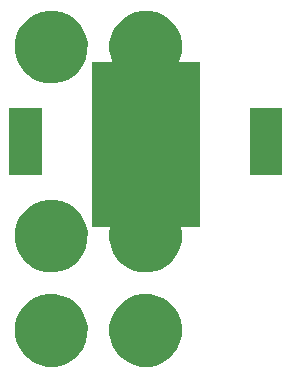
<source format=gts>
%TF.GenerationSoftware,KiCad,Pcbnew,4.0.4+e1-6308~48~ubuntu16.04.1-stable*%
%TF.CreationDate,2016-12-19T13:40:22-08:00*%
%TF.ProjectId,4x3-CR2032-Coin-Cell-Magnet,3478332D4352323033322D436F696E2D,1.0*%
%TF.FileFunction,Soldermask,Top*%
%FSLAX46Y46*%
G04 Gerber Fmt 4.6, Leading zero omitted, Abs format (unit mm)*
G04 Created by KiCad (PCBNEW 4.0.4+e1-6308~48~ubuntu16.04.1-stable) date Mon Dec 19 13:40:22 2016*
%MOMM*%
%LPD*%
G01*
G04 APERTURE LIST*
%ADD10C,0.350000*%
G04 APERTURE END LIST*
D10*
G36*
X139643110Y-106145847D02*
X140234055Y-106267151D01*
X140790198Y-106500932D01*
X141290334Y-106838278D01*
X141715421Y-107266343D01*
X142049266Y-107768821D01*
X142279156Y-108326576D01*
X142396264Y-108918014D01*
X142396264Y-108918024D01*
X142396331Y-108918363D01*
X142386710Y-109607416D01*
X142386633Y-109607754D01*
X142386633Y-109607762D01*
X142253057Y-110195701D01*
X142007685Y-110746816D01*
X141659937Y-111239778D01*
X141223062Y-111655809D01*
X140713700Y-111979061D01*
X140151254Y-112197219D01*
X139557147Y-112301976D01*
X138954003Y-112289342D01*
X138364800Y-112159797D01*
X137811982Y-111918277D01*
X137316607Y-111573982D01*
X136897537Y-111140023D01*
X136570738Y-110632930D01*
X136348656Y-110072014D01*
X136239755Y-109478658D01*
X136248177Y-108875441D01*
X136373606Y-108285347D01*
X136611259Y-107730858D01*
X136952091Y-107233088D01*
X137383112Y-106811000D01*
X137887913Y-106480668D01*
X138447259Y-106254677D01*
X139039845Y-106141636D01*
X139643110Y-106145847D01*
X139643110Y-106145847D01*
G37*
G36*
X131643110Y-106145847D02*
X132234055Y-106267151D01*
X132790198Y-106500932D01*
X133290334Y-106838278D01*
X133715421Y-107266343D01*
X134049266Y-107768821D01*
X134279156Y-108326576D01*
X134396264Y-108918014D01*
X134396264Y-108918024D01*
X134396331Y-108918363D01*
X134386710Y-109607416D01*
X134386633Y-109607754D01*
X134386633Y-109607762D01*
X134253057Y-110195701D01*
X134007685Y-110746816D01*
X133659937Y-111239778D01*
X133223062Y-111655809D01*
X132713700Y-111979061D01*
X132151254Y-112197219D01*
X131557147Y-112301976D01*
X130954003Y-112289342D01*
X130364800Y-112159797D01*
X129811982Y-111918277D01*
X129316607Y-111573982D01*
X128897537Y-111140023D01*
X128570738Y-110632930D01*
X128348656Y-110072014D01*
X128239755Y-109478658D01*
X128248177Y-108875441D01*
X128373606Y-108285347D01*
X128611259Y-107730858D01*
X128952091Y-107233088D01*
X129383112Y-106811000D01*
X129887913Y-106480668D01*
X130447259Y-106254677D01*
X131039845Y-106141636D01*
X131643110Y-106145847D01*
X131643110Y-106145847D01*
G37*
G36*
X139643110Y-82145847D02*
X140234055Y-82267151D01*
X140790198Y-82500932D01*
X141290334Y-82838278D01*
X141715421Y-83266343D01*
X142049266Y-83768821D01*
X142279156Y-84326576D01*
X142396264Y-84918014D01*
X142396264Y-84918024D01*
X142396331Y-84918363D01*
X142386710Y-85607416D01*
X142386633Y-85607754D01*
X142386633Y-85607762D01*
X142253057Y-86195701D01*
X142150371Y-86426338D01*
X142146452Y-86440085D01*
X142146518Y-86454379D01*
X142150564Y-86468090D01*
X142158269Y-86480130D01*
X142169023Y-86489547D01*
X142181975Y-86495595D01*
X142196779Y-86497800D01*
X143892200Y-86497800D01*
X143892200Y-100450200D01*
X142365480Y-100450200D01*
X142351327Y-100452211D01*
X142338296Y-100458086D01*
X142327416Y-100467358D01*
X142319551Y-100479294D01*
X142315322Y-100492949D01*
X142315647Y-100510867D01*
X142396264Y-100918014D01*
X142396264Y-100918024D01*
X142396331Y-100918363D01*
X142386710Y-101607416D01*
X142386633Y-101607754D01*
X142386633Y-101607762D01*
X142253057Y-102195701D01*
X142007685Y-102746816D01*
X141659937Y-103239778D01*
X141223062Y-103655809D01*
X140713700Y-103979061D01*
X140151254Y-104197219D01*
X139557147Y-104301976D01*
X138954003Y-104289342D01*
X138364800Y-104159797D01*
X137811982Y-103918277D01*
X137316607Y-103573982D01*
X136897537Y-103140023D01*
X136570738Y-102632930D01*
X136348656Y-102072014D01*
X136239755Y-101478658D01*
X136248177Y-100875441D01*
X136325522Y-100511562D01*
X136326497Y-100497300D01*
X136323461Y-100483332D01*
X136316653Y-100470762D01*
X136306613Y-100460587D01*
X136294135Y-100453612D01*
X136275832Y-100450200D01*
X134739800Y-100450200D01*
X134739800Y-86497800D01*
X136442486Y-86497800D01*
X136456639Y-86495789D01*
X136469670Y-86489914D01*
X136480550Y-86480642D01*
X136488415Y-86468706D01*
X136492644Y-86455051D01*
X136492901Y-86440758D01*
X136489719Y-86428299D01*
X136348656Y-86072014D01*
X136239755Y-85478658D01*
X136248177Y-84875441D01*
X136373606Y-84285347D01*
X136611259Y-83730858D01*
X136952091Y-83233088D01*
X137383112Y-82811000D01*
X137887913Y-82480668D01*
X138447259Y-82254677D01*
X139039845Y-82141636D01*
X139643110Y-82145847D01*
X139643110Y-82145847D01*
G37*
G36*
X131643110Y-98145847D02*
X132234055Y-98267151D01*
X132790198Y-98500932D01*
X133290334Y-98838278D01*
X133715421Y-99266343D01*
X134049266Y-99768821D01*
X134279156Y-100326576D01*
X134396264Y-100918014D01*
X134396264Y-100918024D01*
X134396331Y-100918363D01*
X134386710Y-101607416D01*
X134386633Y-101607754D01*
X134386633Y-101607762D01*
X134253057Y-102195701D01*
X134007685Y-102746816D01*
X133659937Y-103239778D01*
X133223062Y-103655809D01*
X132713700Y-103979061D01*
X132151254Y-104197219D01*
X131557147Y-104301976D01*
X130954003Y-104289342D01*
X130364800Y-104159797D01*
X129811982Y-103918277D01*
X129316607Y-103573982D01*
X128897537Y-103140023D01*
X128570738Y-102632930D01*
X128348656Y-102072014D01*
X128239755Y-101478658D01*
X128248177Y-100875441D01*
X128373606Y-100285347D01*
X128611259Y-99730858D01*
X128952091Y-99233088D01*
X129383112Y-98811000D01*
X129887913Y-98480668D01*
X130447259Y-98254677D01*
X131039845Y-98141636D01*
X131643110Y-98145847D01*
X131643110Y-98145847D01*
G37*
G36*
X150896200Y-96076200D02*
X148143800Y-96076200D01*
X148143800Y-90363800D01*
X150896200Y-90363800D01*
X150896200Y-96076200D01*
X150896200Y-96076200D01*
G37*
G36*
X130496200Y-96076200D02*
X127743800Y-96076200D01*
X127743800Y-90363800D01*
X130496200Y-90363800D01*
X130496200Y-96076200D01*
X130496200Y-96076200D01*
G37*
G36*
X131643110Y-82145847D02*
X132234055Y-82267151D01*
X132790198Y-82500932D01*
X133290334Y-82838278D01*
X133715421Y-83266343D01*
X134049266Y-83768821D01*
X134279156Y-84326576D01*
X134396264Y-84918014D01*
X134396264Y-84918024D01*
X134396331Y-84918363D01*
X134386710Y-85607416D01*
X134386633Y-85607754D01*
X134386633Y-85607762D01*
X134253057Y-86195701D01*
X134007685Y-86746816D01*
X133659937Y-87239778D01*
X133223062Y-87655809D01*
X132713700Y-87979061D01*
X132151254Y-88197219D01*
X131557147Y-88301976D01*
X130954003Y-88289342D01*
X130364800Y-88159797D01*
X129811982Y-87918277D01*
X129316607Y-87573982D01*
X128897537Y-87140023D01*
X128570738Y-86632930D01*
X128348656Y-86072014D01*
X128239755Y-85478658D01*
X128248177Y-84875441D01*
X128373606Y-84285347D01*
X128611259Y-83730858D01*
X128952091Y-83233088D01*
X129383112Y-82811000D01*
X129887913Y-82480668D01*
X130447259Y-82254677D01*
X131039845Y-82141636D01*
X131643110Y-82145847D01*
X131643110Y-82145847D01*
G37*
M02*

</source>
